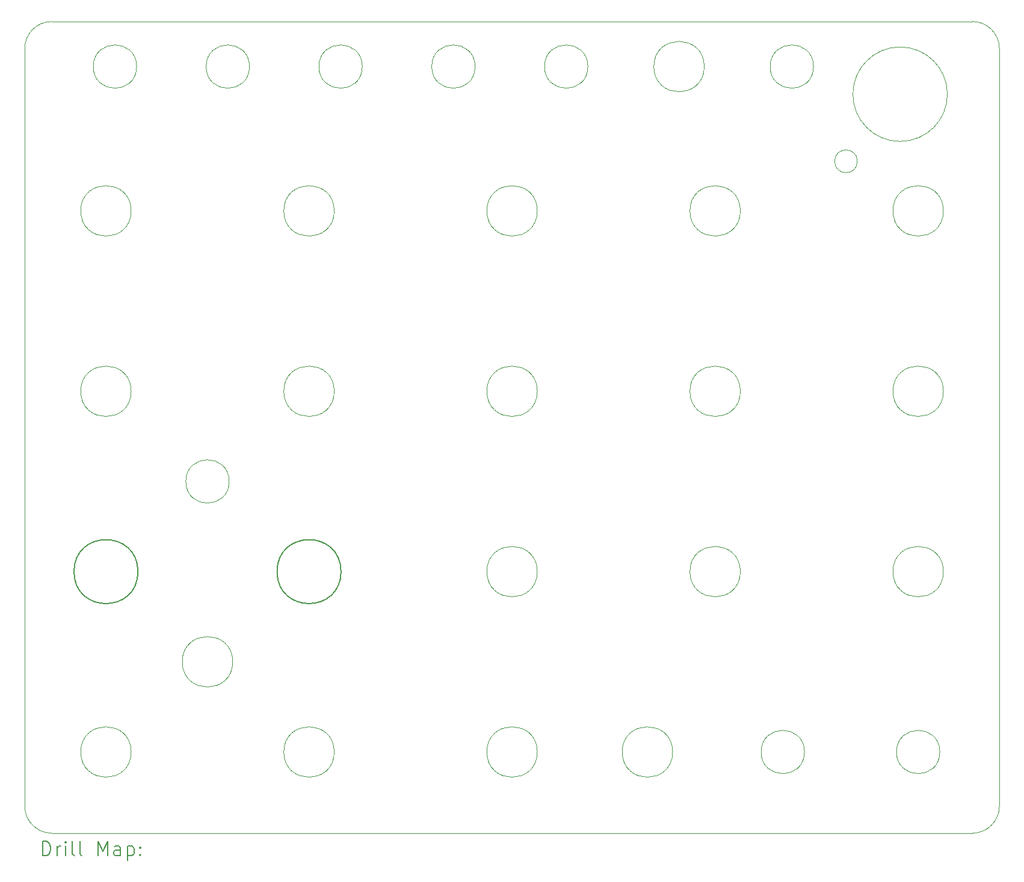
<source format=gbr>
%FSLAX45Y45*%
G04 Gerber Fmt 4.5, Leading zero omitted, Abs format (unit mm)*
G04 Created by KiCad (PCBNEW 6.0.5+dfsg-1~bpo11+1) date 2022-08-18 18:33:33*
%MOMM*%
%LPD*%
G01*
G04 APERTURE LIST*
%TA.AperFunction,Profile*%
%ADD10C,0.050000*%
%TD*%
%TA.AperFunction,Profile*%
%ADD11C,0.100000*%
%TD*%
%TA.AperFunction,Profile*%
%ADD12C,0.150000*%
%TD*%
%ADD13C,0.200000*%
G04 APERTURE END LIST*
D10*
X8737000Y-8128000D02*
G75*
G03*
X8737000Y-8128000I-355000J0D01*
G01*
X11594500Y-13208000D02*
G75*
G03*
X11594500Y-13208000I-355000J0D01*
G01*
X20167000Y-5588000D02*
G75*
G03*
X20167000Y-5588000I-355000J0D01*
G01*
X20223000Y-3944620D02*
G75*
G03*
X20223000Y-3944620I-665000J0D01*
G01*
X16801500Y-3556000D02*
G75*
G03*
X16801500Y-3556000I-355000J0D01*
G01*
X14452000Y-10668000D02*
G75*
G03*
X14452000Y-10668000I-355000J0D01*
G01*
D11*
X13576500Y-3556000D02*
G75*
G03*
X13576500Y-3556000I-305000J0D01*
G01*
D10*
X10115750Y-9398000D02*
G75*
G03*
X10115750Y-9398000I-305000J0D01*
G01*
X17309500Y-5588000D02*
G75*
G03*
X17309500Y-5588000I-355000J0D01*
G01*
D11*
X7239000Y-13970000D02*
G75*
G03*
X7620000Y-14351000I381000J0D01*
G01*
X15164000Y-3556000D02*
G75*
G03*
X15164000Y-3556000I-305000J0D01*
G01*
D10*
X20167000Y-8128000D02*
G75*
G03*
X20167000Y-8128000I-355000J0D01*
G01*
D11*
X20955000Y-3302000D02*
G75*
G03*
X20574000Y-2921000I-381000J0D01*
G01*
X11989000Y-3556000D02*
G75*
G03*
X11989000Y-3556000I-305000J0D01*
G01*
X10401500Y-3556000D02*
G75*
G03*
X10401500Y-3556000I-305000J0D01*
G01*
D10*
X14452000Y-5588000D02*
G75*
G03*
X14452000Y-5588000I-355000J0D01*
G01*
D11*
X7620000Y-2921000D02*
G75*
G03*
X7239000Y-3302000I0J-381000D01*
G01*
D10*
X11594500Y-5588000D02*
G75*
G03*
X11594500Y-5588000I-355000J0D01*
G01*
X17309500Y-8128000D02*
G75*
G03*
X17309500Y-8128000I-355000J0D01*
G01*
X16357000Y-13208000D02*
G75*
G03*
X16357000Y-13208000I-355000J0D01*
G01*
X20167000Y-10668000D02*
G75*
G03*
X20167000Y-10668000I-355000J0D01*
G01*
D11*
X10287000Y-14351000D02*
X17907000Y-14351000D01*
D10*
X17309500Y-10668000D02*
G75*
G03*
X17309500Y-10668000I-355000J0D01*
G01*
X20117000Y-13208000D02*
G75*
G03*
X20117000Y-13208000I-305000J0D01*
G01*
D11*
X7620000Y-14351000D02*
X10287000Y-14351000D01*
X18339000Y-3556000D02*
G75*
G03*
X18339000Y-3556000I-305000J0D01*
G01*
D10*
X18212000Y-13208000D02*
G75*
G03*
X18212000Y-13208000I-305000J0D01*
G01*
D12*
X11689500Y-10668000D02*
G75*
G03*
X11689500Y-10668000I-450000J0D01*
G01*
D11*
X7239000Y-13970000D02*
X7239000Y-3302000D01*
X20955000Y-3302000D02*
X20955000Y-13970000D01*
D12*
X8832000Y-10668000D02*
G75*
G03*
X8832000Y-10668000I-450000J0D01*
G01*
D10*
X11594500Y-8128000D02*
G75*
G03*
X11594500Y-8128000I-355000J0D01*
G01*
X8737000Y-13208000D02*
G75*
G03*
X8737000Y-13208000I-355000J0D01*
G01*
D11*
X8814000Y-3556000D02*
G75*
G03*
X8814000Y-3556000I-305000J0D01*
G01*
D10*
X8737000Y-5588000D02*
G75*
G03*
X8737000Y-5588000I-355000J0D01*
G01*
X14452000Y-8128000D02*
G75*
G03*
X14452000Y-8128000I-355000J0D01*
G01*
D11*
X20574000Y-14351000D02*
X17907000Y-14351000D01*
D10*
X14452000Y-13208000D02*
G75*
G03*
X14452000Y-13208000I-355000J0D01*
G01*
D11*
X7620000Y-2921000D02*
X20574000Y-2921000D01*
X20574000Y-14351000D02*
G75*
G03*
X20955000Y-13970000I0J381000D01*
G01*
D10*
X18956000Y-4889500D02*
G75*
G03*
X18956000Y-4889500I-160000J0D01*
G01*
X10165750Y-11938000D02*
G75*
G03*
X10165750Y-11938000I-355000J0D01*
G01*
D13*
X7491619Y-14666476D02*
X7491619Y-14466476D01*
X7539238Y-14466476D01*
X7567809Y-14476000D01*
X7586857Y-14495048D01*
X7596381Y-14514095D01*
X7605905Y-14552190D01*
X7605905Y-14580762D01*
X7596381Y-14618857D01*
X7586857Y-14637905D01*
X7567809Y-14656952D01*
X7539238Y-14666476D01*
X7491619Y-14666476D01*
X7691619Y-14666476D02*
X7691619Y-14533143D01*
X7691619Y-14571238D02*
X7701143Y-14552190D01*
X7710667Y-14542667D01*
X7729714Y-14533143D01*
X7748762Y-14533143D01*
X7815428Y-14666476D02*
X7815428Y-14533143D01*
X7815428Y-14466476D02*
X7805905Y-14476000D01*
X7815428Y-14485524D01*
X7824952Y-14476000D01*
X7815428Y-14466476D01*
X7815428Y-14485524D01*
X7939238Y-14666476D02*
X7920190Y-14656952D01*
X7910667Y-14637905D01*
X7910667Y-14466476D01*
X8044000Y-14666476D02*
X8024952Y-14656952D01*
X8015428Y-14637905D01*
X8015428Y-14466476D01*
X8272571Y-14666476D02*
X8272571Y-14466476D01*
X8339238Y-14609333D01*
X8405905Y-14466476D01*
X8405905Y-14666476D01*
X8586857Y-14666476D02*
X8586857Y-14561714D01*
X8577333Y-14542667D01*
X8558286Y-14533143D01*
X8520190Y-14533143D01*
X8501143Y-14542667D01*
X8586857Y-14656952D02*
X8567810Y-14666476D01*
X8520190Y-14666476D01*
X8501143Y-14656952D01*
X8491619Y-14637905D01*
X8491619Y-14618857D01*
X8501143Y-14599810D01*
X8520190Y-14590286D01*
X8567810Y-14590286D01*
X8586857Y-14580762D01*
X8682095Y-14533143D02*
X8682095Y-14733143D01*
X8682095Y-14542667D02*
X8701143Y-14533143D01*
X8739238Y-14533143D01*
X8758286Y-14542667D01*
X8767810Y-14552190D01*
X8777333Y-14571238D01*
X8777333Y-14628381D01*
X8767810Y-14647429D01*
X8758286Y-14656952D01*
X8739238Y-14666476D01*
X8701143Y-14666476D01*
X8682095Y-14656952D01*
X8863048Y-14647429D02*
X8872571Y-14656952D01*
X8863048Y-14666476D01*
X8853524Y-14656952D01*
X8863048Y-14647429D01*
X8863048Y-14666476D01*
X8863048Y-14542667D02*
X8872571Y-14552190D01*
X8863048Y-14561714D01*
X8853524Y-14552190D01*
X8863048Y-14542667D01*
X8863048Y-14561714D01*
M02*

</source>
